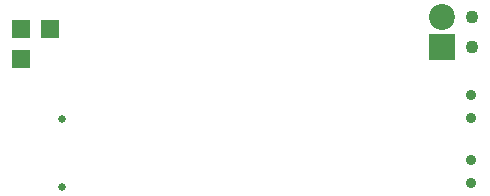
<source format=gbr>
%TF.GenerationSoftware,KiCad,Pcbnew,8.0.3*%
%TF.CreationDate,2024-07-12T15:36:06+02:00*%
%TF.ProjectId,Homekey,486f6d65-6b65-4792-9e6b-696361645f70,rev?*%
%TF.SameCoordinates,Original*%
%TF.FileFunction,Soldermask,Bot*%
%TF.FilePolarity,Negative*%
%FSLAX46Y46*%
G04 Gerber Fmt 4.6, Leading zero omitted, Abs format (unit mm)*
G04 Created by KiCad (PCBNEW 8.0.3) date 2024-07-12 15:36:06*
%MOMM*%
%LPD*%
G01*
G04 APERTURE LIST*
%ADD10R,1.500000X1.500000*%
%ADD11C,0.900000*%
%ADD12C,1.100000*%
%ADD13R,2.200000X2.200000*%
%ADD14C,2.200000*%
%ADD15C,0.650000*%
G04 APERTURE END LIST*
D10*
%TO.C,GND1*%
X156100000Y-85650000D03*
%TD*%
D11*
%TO.C,RST1*%
X194250000Y-96075000D03*
X194250000Y-94125000D03*
%TD*%
%TO.C,BOOT1*%
X194250000Y-90575000D03*
X194250000Y-88625000D03*
%TD*%
D12*
%TO.C,J2*%
X194290000Y-84620000D03*
X194290000Y-82080000D03*
D13*
X191750000Y-84620000D03*
D14*
X191750000Y-82080000D03*
%TD*%
D10*
%TO.C,RX1*%
X158600000Y-83050000D03*
%TD*%
%TO.C,TX1*%
X156100000Y-83050000D03*
%TD*%
D15*
%TO.C,J3*%
X159605000Y-90710000D03*
X159605000Y-96490000D03*
%TD*%
M02*

</source>
